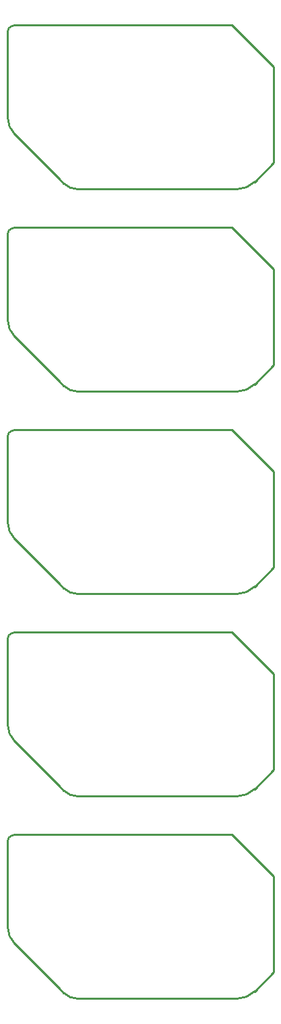
<source format=gko>
G04 Layer_Color=16711935*
%FSAX24Y24*%
%MOIN*%
G70*
G01*
G75*
%ADD18C,0.0100*%
D18*
X013500Y020050D02*
G03*
X013159Y019909I000000J-000483D01*
G01*
D02*
G03*
X013100Y019767I000141J-000141D01*
G01*
Y015500D02*
G03*
X013454Y014646I001207J000000D01*
G01*
X015867Y012233D02*
G03*
X016550Y011950I000683J000683D01*
G01*
X024450D02*
G03*
X025304Y012304I000000J001207D01*
G01*
X013500Y020050D02*
X021450D01*
X024200D01*
X026250Y018000D01*
Y013250D02*
Y018000D01*
X013100Y015500D02*
Y019767D01*
X013454Y014646D02*
X015646Y012454D01*
X016550Y011950D02*
X024400D01*
X015646Y012454D02*
X015867Y012233D01*
X024400Y011950D02*
X024450D01*
X025304Y012304D02*
X026250Y013250D01*
X013500Y030050D02*
G03*
X013159Y029909I000000J-000483D01*
G01*
D02*
G03*
X013100Y029767I000141J-000141D01*
G01*
Y025500D02*
G03*
X013454Y024646I001207J000000D01*
G01*
X015867Y022233D02*
G03*
X016550Y021950I000683J000683D01*
G01*
X024450D02*
G03*
X025304Y022304I000000J001207D01*
G01*
X013500Y030050D02*
X021450D01*
X024200D01*
X026250Y028000D01*
Y023250D02*
Y028000D01*
X013100Y025500D02*
Y029767D01*
X013454Y024646D02*
X015646Y022454D01*
X016550Y021950D02*
X024400D01*
X015646Y022454D02*
X015867Y022233D01*
X024400Y021950D02*
X024450D01*
X025304Y022304D02*
X026250Y023250D01*
X013500Y040050D02*
G03*
X013159Y039909I000000J-000483D01*
G01*
D02*
G03*
X013100Y039767I000141J-000141D01*
G01*
Y035500D02*
G03*
X013454Y034646I001207J000000D01*
G01*
X015867Y032233D02*
G03*
X016550Y031950I000683J000683D01*
G01*
X024450D02*
G03*
X025304Y032304I000000J001207D01*
G01*
X013500Y040050D02*
X021450D01*
X024200D01*
X026250Y038000D01*
Y033250D02*
Y038000D01*
X013100Y035500D02*
Y039767D01*
X013454Y034646D02*
X015646Y032454D01*
X016550Y031950D02*
X024400D01*
X015646Y032454D02*
X015867Y032233D01*
X024400Y031950D02*
X024450D01*
X025304Y032304D02*
X026250Y033250D01*
X013500Y050050D02*
G03*
X013159Y049909I000000J-000483D01*
G01*
D02*
G03*
X013100Y049767I000141J-000141D01*
G01*
Y045500D02*
G03*
X013454Y044646I001207J000000D01*
G01*
X015867Y042233D02*
G03*
X016550Y041950I000683J000683D01*
G01*
X024450D02*
G03*
X025304Y042304I000000J001207D01*
G01*
X013500Y050050D02*
X021450D01*
X024200D01*
X026250Y048000D01*
Y043250D02*
Y048000D01*
X013100Y045500D02*
Y049767D01*
X013454Y044646D02*
X015646Y042454D01*
X016550Y041950D02*
X024400D01*
X015646Y042454D02*
X015867Y042233D01*
X024400Y041950D02*
X024450D01*
X025304Y042304D02*
X026250Y043250D01*
X013500Y060050D02*
G03*
X013159Y059909I000000J-000483D01*
G01*
D02*
G03*
X013100Y059767I000141J-000141D01*
G01*
Y055500D02*
G03*
X013454Y054646I001207J000000D01*
G01*
X015867Y052233D02*
G03*
X016550Y051950I000683J000683D01*
G01*
X024450D02*
G03*
X025304Y052304I000000J001207D01*
G01*
X013500Y060050D02*
X021450D01*
X024200D01*
X026250Y058000D01*
Y053250D02*
Y058000D01*
X013100Y055500D02*
Y059767D01*
X013454Y054646D02*
X015646Y052454D01*
X016550Y051950D02*
X024400D01*
X015646Y052454D02*
X015867Y052233D01*
X024400Y051950D02*
X024450D01*
X025304Y052304D02*
X026250Y053250D01*
M02*

</source>
